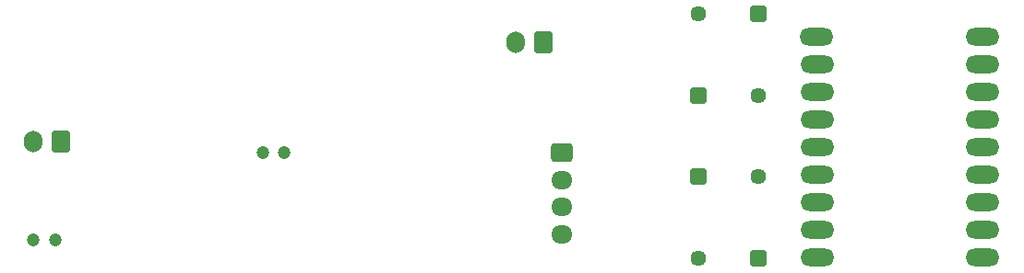
<source format=gbs>
G04 #@! TF.GenerationSoftware,KiCad,Pcbnew,8.0.9*
G04 #@! TF.CreationDate,2025-05-02T01:54:32-05:00*
G04 #@! TF.ProjectId,GSR sensor,47535220-7365-46e7-936f-722e6b696361,rev?*
G04 #@! TF.SameCoordinates,Original*
G04 #@! TF.FileFunction,Soldermask,Bot*
G04 #@! TF.FilePolarity,Negative*
%FSLAX46Y46*%
G04 Gerber Fmt 4.6, Leading zero omitted, Abs format (unit mm)*
G04 Created by KiCad (PCBNEW 8.0.9) date 2025-05-02 01:54:32*
%MOMM*%
%LPD*%
G01*
G04 APERTURE LIST*
G04 Aperture macros list*
%AMRoundRect*
0 Rectangle with rounded corners*
0 $1 Rounding radius*
0 $2 $3 $4 $5 $6 $7 $8 $9 X,Y pos of 4 corners*
0 Add a 4 corners polygon primitive as box body*
4,1,4,$2,$3,$4,$5,$6,$7,$8,$9,$2,$3,0*
0 Add four circle primitives for the rounded corners*
1,1,$1+$1,$2,$3*
1,1,$1+$1,$4,$5*
1,1,$1+$1,$6,$7*
1,1,$1+$1,$8,$9*
0 Add four rect primitives between the rounded corners*
20,1,$1+$1,$2,$3,$4,$5,0*
20,1,$1+$1,$4,$5,$6,$7,0*
20,1,$1+$1,$6,$7,$8,$9,0*
20,1,$1+$1,$8,$9,$2,$3,0*%
G04 Aperture macros list end*
%ADD10C,1.442000*%
%ADD11RoundRect,0.102000X0.619000X-0.619000X0.619000X0.619000X-0.619000X0.619000X-0.619000X-0.619000X0*%
%ADD12RoundRect,0.102000X-0.619000X0.619000X-0.619000X-0.619000X0.619000X-0.619000X0.619000X0.619000X0*%
%ADD13O,3.101600X1.621600*%
%ADD14C,1.200000*%
%ADD15RoundRect,0.250000X0.600000X0.750000X-0.600000X0.750000X-0.600000X-0.750000X0.600000X-0.750000X0*%
%ADD16O,1.700000X2.000000*%
%ADD17RoundRect,0.250000X-0.725000X0.600000X-0.725000X-0.600000X0.725000X-0.600000X0.725000X0.600000X0*%
%ADD18O,1.950000X1.700000*%
G04 APERTURE END LIST*
D10*
X154000000Y-59731500D03*
D11*
X154000000Y-67268500D03*
D10*
X148500000Y-67268500D03*
D12*
X148500000Y-59731500D03*
D10*
X154000000Y-52268500D03*
D12*
X154000000Y-44731500D03*
D10*
X148500000Y-44731500D03*
D11*
X148500000Y-52268500D03*
D13*
X159381400Y-46839900D03*
X159398400Y-49379900D03*
X159398400Y-51919900D03*
X159398400Y-54459900D03*
X159398400Y-56999900D03*
X159398400Y-59539900D03*
X159398400Y-62079900D03*
X159398400Y-64619900D03*
X159398400Y-67159900D03*
X174584500Y-67159900D03*
X174584500Y-64619900D03*
X174584500Y-62079900D03*
X174584500Y-59539900D03*
X174584500Y-56999900D03*
X174584500Y-54459900D03*
X174584500Y-51919900D03*
X174584500Y-49379900D03*
X174618600Y-46839900D03*
D14*
X108500000Y-57500000D03*
X110500000Y-57500000D03*
D15*
X90000000Y-56500000D03*
D16*
X87500000Y-56500000D03*
D17*
X136000000Y-57500000D03*
D18*
X136000000Y-60000000D03*
X136000000Y-62500000D03*
X136000000Y-65000000D03*
D15*
X134250000Y-47300000D03*
D16*
X131750000Y-47300000D03*
D14*
X87500000Y-65500000D03*
X89500000Y-65500000D03*
M02*

</source>
